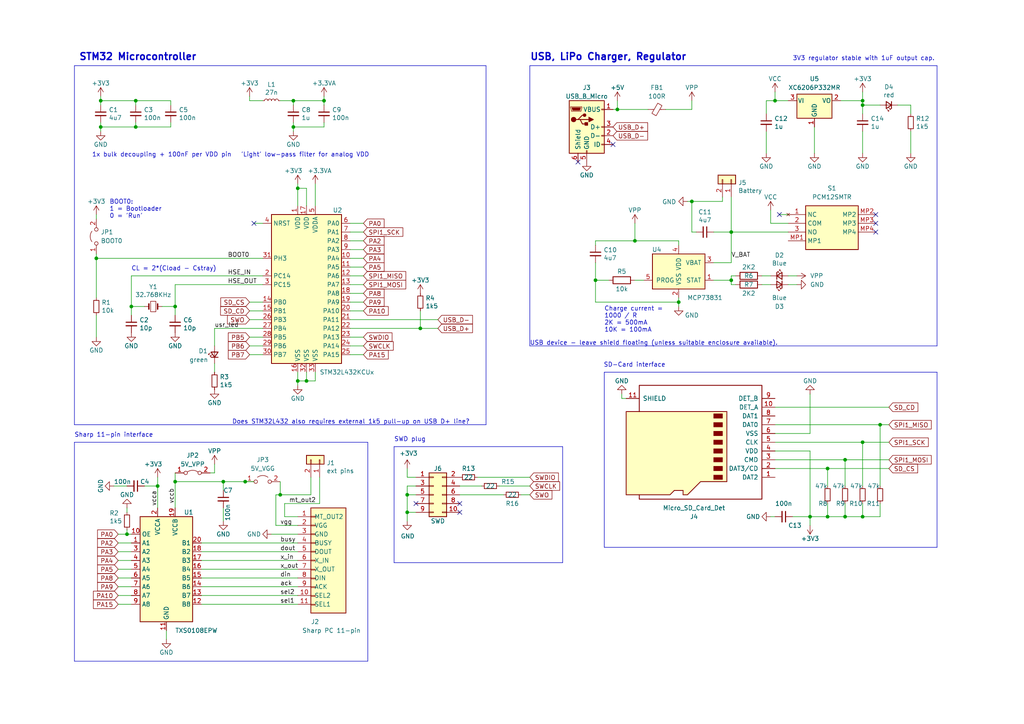
<source format=kicad_sch>
(kicad_sch (version 20230121) (generator eeschema)
  (paper "A4")
  (title_block (title "Sharp CE140-F emulator") (date "2023-03-17") (rev "V2.0"))
  (junction (at 118.11 148.59))
  (junction (at 212.09 81.28))
  (junction (at 38.1 88.9))
  (junction (at 245.11 149.86))
  (junction (at 64.77 139.7))
  (junction (at 36.83 154.94))
  (junction (at 240.03 135.89))
  (junction (at 86.36 110.49))
  (junction (at 224.79 29.21))
  (junction (at 212.09 67.31))
  (junction (at 184.15 69.85))
  (junction (at 85.09 29.21))
  (junction (at 121.92 95.25))
  (junction (at 71.12 139.7))
  (junction (at 81.28 143.51))
  (junction (at 245.11 133.35))
  (junction (at 50.8 139.7))
  (junction (at 29.21 36.83))
  (junction (at 250.19 30.48))
  (junction (at 86.36 54.61))
  (junction (at 250.19 128.27))
  (junction (at 39.37 36.83))
  (junction (at 179.07 31.75))
  (junction (at 39.37 29.21))
  (junction (at 255.27 123.19))
  (junction (at 118.11 143.51))
  (junction (at 196.85 87.63))
  (junction (at 88.9 110.49))
  (junction (at 250.19 149.86))
  (junction (at 172.72 81.28))
  (junction (at 234.95 149.86))
  (junction (at 93.98 29.21))
  (junction (at 50.8 88.9))
  (junction (at 250.19 29.21))
  (junction (at 240.03 149.86))
  (junction (at 200.66 58.42))
  (junction (at 29.21 29.21))
  (junction (at 85.09 36.83))
  (junction (at 27.94 74.93))
  (junction (at 45.72 140.97))
  (no_connect (at 226.06 62.23))
  (no_connect (at 254 67.31))
  (no_connect (at 133.35 148.59))
  (no_connect (at 120.65 146.05))
  (no_connect (at 177.8 41.91))
  (no_connect (at 167.64 46.99))
  (no_connect (at 73.66 64.77))
  (no_connect (at 254 62.23))
  (no_connect (at 133.35 146.05))
  (no_connect (at 254 64.77))
  (wire (pts (xy 200.66 58.42) (xy 209.55 58.42)))
  (wire (pts (xy 223.52 82.55) (xy 220.98 82.55)))
  (polyline (pts (xy 175.26 107.95) (xy 271.78 107.95)))
  (wire (pts (xy 81.28 143.51) (xy 90.17 143.51)))
  (wire (pts (xy 34.29 175.26) (xy 38.1 175.26)))
  (wire (pts (xy 34.29 160.02) (xy 38.1 160.02)))
  (wire (pts (xy 58.42 175.26) (xy 86.36 175.26)))
  (wire (pts (xy 88.9 107.95) (xy 88.9 110.49)))
  (wire (pts (xy 58.42 162.56) (xy 86.36 162.56)))
  (wire (pts (xy 234.95 149.86) (xy 234.95 130.81)))
  (wire (pts (xy 220.98 80.01) (xy 223.52 80.01)))
  (wire (pts (xy 93.98 29.21) (xy 85.09 29.21)))
  (wire (pts (xy 180.34 115.57) (xy 181.61 115.57)))
  (wire (pts (xy 257.81 118.11) (xy 224.79 118.11)))
  (wire (pts (xy 101.6 85.09) (xy 105.41 85.09)))
  (wire (pts (xy 153.67 138.43) (xy 138.43 138.43)))
  (wire (pts (xy 86.36 54.61) (xy 86.36 59.69)))
  (wire (pts (xy 34.29 162.56) (xy 38.1 162.56)))
  (wire (pts (xy 36.83 147.32) (xy 36.83 148.59)))
  (wire (pts (xy 245.11 149.86) (xy 245.11 146.05)))
  (wire (pts (xy 49.53 35.56) (xy 49.53 36.83)))
  (wire (pts (xy 243.84 29.21) (xy 250.19 29.21)))
  (wire (pts (xy 39.37 36.83) (xy 49.53 36.83)))
  (wire (pts (xy 224.79 29.21) (xy 222.25 29.21)))
  (polyline (pts (xy 21.59 128.27) (xy 106.68 128.27)))
  (wire (pts (xy 80.01 143.51) (xy 81.28 143.51)))
  (wire (pts (xy 222.25 29.21) (xy 222.25 33.02)))
  (wire (pts (xy 58.42 172.72) (xy 86.36 172.72)))
  (wire (pts (xy 255.27 140.97) (xy 255.27 123.19)))
  (wire (pts (xy 34.29 172.72) (xy 38.1 172.72)))
  (wire (pts (xy 255.27 149.86) (xy 250.19 149.86)))
  (wire (pts (xy 212.09 76.2) (xy 207.01 76.2)))
  (wire (pts (xy 49.53 30.48) (xy 49.53 29.21)))
  (wire (pts (xy 86.36 53.34) (xy 86.36 54.61)))
  (wire (pts (xy 118.11 148.59) (xy 118.11 143.51)))
  (wire (pts (xy 50.8 139.7) (xy 64.77 139.7)))
  (polyline (pts (xy 271.78 158.75) (xy 175.26 158.75)))
  (wire (pts (xy 64.77 139.7) (xy 64.77 142.24)))
  (wire (pts (xy 88.9 110.49) (xy 91.44 110.49)))
  (wire (pts (xy 93.98 36.83) (xy 93.98 35.56)))
  (wire (pts (xy 50.8 137.16) (xy 50.8 139.7)))
  (wire (pts (xy 72.39 29.21) (xy 76.2 29.21)))
  (wire (pts (xy 93.98 27.94) (xy 93.98 29.21)))
  (wire (pts (xy 200.66 58.42) (xy 200.66 67.31)))
  (wire (pts (xy 58.42 160.02) (xy 86.36 160.02)))
  (wire (pts (xy 257.81 123.19) (xy 255.27 123.19)))
  (polyline (pts (xy 21.59 123.19) (xy 140.97 123.19)))
  (wire (pts (xy 118.11 138.43) (xy 120.65 138.43)))
  (wire (pts (xy 127 95.25) (xy 121.92 95.25)))
  (wire (pts (xy 58.42 167.64) (xy 86.36 167.64)))
  (wire (pts (xy 49.53 29.21) (xy 39.37 29.21)))
  (wire (pts (xy 200.66 67.31) (xy 201.93 67.31)))
  (wire (pts (xy 144.78 140.97) (xy 153.67 140.97)))
  (wire (pts (xy 196.85 69.85) (xy 196.85 71.12)))
  (wire (pts (xy 62.23 134.62) (xy 62.23 137.16)))
  (wire (pts (xy 80.01 152.4) (xy 86.36 152.4)))
  (wire (pts (xy 38.1 80.01) (xy 38.1 88.9)))
  (wire (pts (xy 196.85 88.9) (xy 196.85 87.63)))
  (wire (pts (xy 176.53 81.28) (xy 172.72 81.28)))
  (wire (pts (xy 29.21 35.56) (xy 29.21 36.83)))
  (wire (pts (xy 72.39 87.63) (xy 76.2 87.63)))
  (wire (pts (xy 81.28 139.7) (xy 81.28 143.51)))
  (wire (pts (xy 38.1 80.01) (xy 76.2 80.01)))
  (wire (pts (xy 118.11 143.51) (xy 118.11 140.97)))
  (wire (pts (xy 50.8 91.44) (xy 50.8 88.9)))
  (wire (pts (xy 101.6 82.55) (xy 105.41 82.55)))
  (polyline (pts (xy 153.67 19.05) (xy 153.67 100.33)))
  (wire (pts (xy 72.39 92.71) (xy 76.2 92.71)))
  (wire (pts (xy 101.6 64.77) (xy 105.41 64.77)))
  (wire (pts (xy 257.81 133.35) (xy 245.11 133.35)))
  (wire (pts (xy 200.66 29.21) (xy 200.66 31.75)))
  (wire (pts (xy 86.36 149.86) (xy 82.55 149.86)))
  (wire (pts (xy 223.52 64.77) (xy 228.6 64.77)))
  (wire (pts (xy 101.6 92.71) (xy 127 92.71)))
  (wire (pts (xy 38.1 91.44) (xy 38.1 88.9)))
  (wire (pts (xy 62.23 105.41) (xy 62.23 107.95)))
  (wire (pts (xy 257.81 128.27) (xy 250.19 128.27)))
  (wire (pts (xy 86.36 111.76) (xy 86.36 110.49)))
  (wire (pts (xy 85.09 35.56) (xy 85.09 36.83)))
  (wire (pts (xy 50.8 82.55) (xy 76.2 82.55)))
  (wire (pts (xy 29.21 36.83) (xy 39.37 36.83)))
  (wire (pts (xy 264.16 44.45) (xy 264.16 38.1)))
  (wire (pts (xy 179.07 31.75) (xy 177.8 31.75)))
  (wire (pts (xy 264.16 30.48) (xy 260.35 30.48)))
  (wire (pts (xy 58.42 157.48) (xy 86.36 157.48)))
  (wire (pts (xy 101.6 67.31) (xy 105.41 67.31)))
  (wire (pts (xy 58.42 165.1) (xy 86.36 165.1)))
  (wire (pts (xy 29.21 29.21) (xy 29.21 30.48)))
  (wire (pts (xy 86.36 107.95) (xy 86.36 110.49)))
  (wire (pts (xy 85.09 30.48) (xy 85.09 29.21)))
  (wire (pts (xy 64.77 139.7) (xy 71.12 139.7)))
  (wire (pts (xy 82.55 146.05) (xy 92.71 146.05)))
  (wire (pts (xy 172.72 69.85) (xy 184.15 69.85)))
  (wire (pts (xy 172.72 81.28) (xy 172.72 76.2)))
  (wire (pts (xy 172.72 71.12) (xy 172.72 69.85)))
  (wire (pts (xy 229.87 149.86) (xy 234.95 149.86)))
  (wire (pts (xy 27.94 74.93) (xy 76.2 74.93)))
  (wire (pts (xy 73.66 64.77) (xy 76.2 64.77)))
  (wire (pts (xy 62.23 100.33) (xy 62.23 95.25)))
  (wire (pts (xy 71.12 139.7) (xy 73.66 139.7)))
  (wire (pts (xy 101.6 87.63) (xy 105.41 87.63)))
  (wire (pts (xy 222.25 44.45) (xy 222.25 38.1)))
  (wire (pts (xy 34.29 154.94) (xy 36.83 154.94)))
  (wire (pts (xy 184.15 69.85) (xy 196.85 69.85)))
  (wire (pts (xy 236.22 44.45) (xy 236.22 36.83)))
  (wire (pts (xy 34.29 167.64) (xy 38.1 167.64)))
  (wire (pts (xy 34.29 165.1) (xy 38.1 165.1)))
  (wire (pts (xy 228.6 29.21) (xy 224.79 29.21)))
  (wire (pts (xy 101.6 97.79) (xy 105.41 97.79)))
  (wire (pts (xy 101.6 102.87) (xy 105.41 102.87)))
  (polyline (pts (xy 140.97 19.05) (xy 21.59 19.05)))
  (wire (pts (xy 250.19 149.86) (xy 245.11 149.86)))
  (polyline (pts (xy 21.59 128.27) (xy 21.59 191.77)))
  (wire (pts (xy 250.19 26.67) (xy 250.19 29.21)))
  (wire (pts (xy 187.96 31.75) (xy 179.07 31.75)))
  (polyline (pts (xy 163.195 163.195) (xy 114.3 163.195)))
  (wire (pts (xy 212.09 57.15) (xy 212.09 67.31)))
  (wire (pts (xy 88.9 54.61) (xy 88.9 59.69)))
  (wire (pts (xy 36.83 154.94) (xy 38.1 154.94)))
  (wire (pts (xy 27.94 73.66) (xy 27.94 74.93)))
  (wire (pts (xy 179.07 29.21) (xy 179.07 31.75)))
  (wire (pts (xy 101.6 100.33) (xy 105.41 100.33)))
  (wire (pts (xy 101.6 90.17) (xy 105.41 90.17)))
  (wire (pts (xy 184.15 64.77) (xy 184.15 69.85)))
  (wire (pts (xy 240.03 149.86) (xy 234.95 149.86)))
  (wire (pts (xy 234.95 125.73) (xy 234.95 114.3)))
  (wire (pts (xy 234.95 152.4) (xy 234.95 149.86)))
  (wire (pts (xy 29.21 27.94) (xy 29.21 29.21)))
  (wire (pts (xy 223.52 149.86) (xy 224.79 149.86)))
  (polyline (pts (xy 153.67 100.33) (xy 271.78 100.33)))
  (wire (pts (xy 81.28 29.21) (xy 85.09 29.21)))
  (polyline (pts (xy 153.67 19.05) (xy 271.78 19.05)))
  (wire (pts (xy 245.11 140.97) (xy 245.11 133.35)))
  (wire (pts (xy 234.95 125.73) (xy 224.79 125.73)))
  (wire (pts (xy 58.42 170.18) (xy 86.36 170.18)))
  (wire (pts (xy 36.83 153.67) (xy 36.83 154.94)))
  (wire (pts (xy 85.09 38.1) (xy 85.09 36.83)))
  (wire (pts (xy 240.03 149.86) (xy 240.03 146.05)))
  (wire (pts (xy 207.01 67.31) (xy 212.09 67.31)))
  (wire (pts (xy 250.19 149.86) (xy 250.19 146.05)))
  (wire (pts (xy 101.6 74.93) (xy 105.41 74.93)))
  (wire (pts (xy 255.27 149.86) (xy 255.27 146.05)))
  (wire (pts (xy 212.09 81.28) (xy 207.01 81.28)))
  (wire (pts (xy 34.29 170.18) (xy 38.1 170.18)))
  (wire (pts (xy 39.37 29.21) (xy 39.37 30.48)))
  (wire (pts (xy 264.16 33.02) (xy 264.16 30.48)))
  (wire (pts (xy 92.71 138.43) (xy 92.71 146.05)))
  (wire (pts (xy 196.85 87.63) (xy 172.72 87.63)))
  (wire (pts (xy 62.23 95.25) (xy 76.2 95.25)))
  (wire (pts (xy 72.39 97.79) (xy 76.2 97.79)))
  (wire (pts (xy 245.11 149.86) (xy 240.03 149.86)))
  (wire (pts (xy 172.72 87.63) (xy 172.72 81.28)))
  (wire (pts (xy 212.09 81.28) (xy 212.09 82.55)))
  (wire (pts (xy 133.35 143.51) (xy 146.05 143.51)))
  (wire (pts (xy 72.39 27.94) (xy 72.39 29.21)))
  (wire (pts (xy 250.19 128.27) (xy 224.79 128.27)))
  (wire (pts (xy 45.72 140.97) (xy 45.72 147.32)))
  (wire (pts (xy 72.39 102.87) (xy 76.2 102.87)))
  (wire (pts (xy 212.09 80.01) (xy 212.09 81.28)))
  (polyline (pts (xy 163.195 129.54) (xy 163.195 163.195)))
  (wire (pts (xy 86.36 110.49) (xy 88.9 110.49)))
  (wire (pts (xy 80.01 152.4) (xy 80.01 143.51)))
  (wire (pts (xy 86.36 54.61) (xy 88.9 54.61)))
  (wire (pts (xy 27.94 74.93) (xy 27.94 86.36)))
  (wire (pts (xy 223.52 60.96) (xy 223.52 64.77)))
  (wire (pts (xy 212.09 67.31) (xy 212.09 76.2)))
  (wire (pts (xy 118.11 151.13) (xy 118.11 148.59)))
  (wire (pts (xy 120.65 143.51) (xy 118.11 143.51)))
  (wire (pts (xy 90.17 143.51) (xy 90.17 138.43)))
  (wire (pts (xy 139.7 140.97) (xy 133.35 140.97)))
  (wire (pts (xy 50.8 139.7) (xy 50.8 147.32)))
  (wire (pts (xy 224.79 26.67) (xy 224.79 29.21)))
  (wire (pts (xy 101.6 80.01) (xy 105.41 80.01)))
  (polyline (pts (xy 21.59 19.05) (xy 21.59 123.19)))
  (wire (pts (xy 213.36 80.01) (xy 212.09 80.01)))
  (wire (pts (xy 153.67 143.51) (xy 151.13 143.51)))
  (wire (pts (xy 228.6 82.55) (xy 231.14 82.55)))
  (wire (pts (xy 250.19 29.21) (xy 250.19 30.48)))
  (wire (pts (xy 212.09 82.55) (xy 213.36 82.55)))
  (wire (pts (xy 101.6 95.25) (xy 121.92 95.25)))
  (wire (pts (xy 250.19 44.45) (xy 250.19 38.1)))
  (wire (pts (xy 27.94 97.79) (xy 27.94 91.44)))
  (wire (pts (xy 39.37 36.83) (xy 39.37 35.56)))
  (wire (pts (xy 85.09 36.83) (xy 93.98 36.83)))
  (wire (pts (xy 250.19 30.48) (xy 250.19 33.02)))
  (wire (pts (xy 82.55 149.86) (xy 82.55 146.05)))
  (wire (pts (xy 101.6 77.47) (xy 105.41 77.47)))
  (wire (pts (xy 50.8 88.9) (xy 50.8 82.55)))
  (polyline (pts (xy 114.3 163.195) (xy 114.3 129.54)))
  (wire (pts (xy 231.14 80.01) (xy 228.6 80.01)))
  (wire (pts (xy 118.11 140.97) (xy 120.65 140.97)))
  (polyline (pts (xy 271.78 107.95) (xy 271.78 158.75)))
  (wire (pts (xy 121.92 90.17) (xy 121.92 95.25)))
  (wire (pts (xy 193.04 31.75) (xy 200.66 31.75)))
  (wire (pts (xy 34.29 157.48) (xy 38.1 157.48)))
  (wire (pts (xy 72.39 100.33) (xy 76.2 100.33)))
  (wire (pts (xy 78.74 154.94) (xy 86.36 154.94)))
  (wire (pts (xy 255.27 30.48) (xy 250.19 30.48)))
  (polyline (pts (xy 114.3 129.54) (xy 163.195 129.54)))
  (wire (pts (xy 39.37 29.21) (xy 29.21 29.21)))
  (wire (pts (xy 184.15 81.28) (xy 186.69 81.28)))
  (wire (pts (xy 118.11 148.59) (xy 120.65 148.59)))
  (wire (pts (xy 257.81 135.89) (xy 240.03 135.89)))
  (wire (pts (xy 38.1 88.9) (xy 41.91 88.9)))
  (wire (pts (xy 29.21 36.83) (xy 29.21 38.1)))
  (wire (pts (xy 91.44 53.34) (xy 91.44 59.69)))
  (wire (pts (xy 199.39 58.42) (xy 200.66 58.42)))
  (wire (pts (xy 180.34 114.3) (xy 180.34 115.57)))
  (wire (pts (xy 46.99 88.9) (xy 50.8 88.9)))
  (wire (pts (xy 60.96 137.16) (xy 62.23 137.16)))
  (wire (pts (xy 41.91 140.97) (xy 45.72 140.97)))
  (wire (pts (xy 226.06 62.23) (xy 228.6 62.23)))
  (wire (pts (xy 101.6 72.39) (xy 105.41 72.39)))
  (wire (pts (xy 196.85 87.63) (xy 196.85 86.36)))
  (wire (pts (xy 234.95 130.81) (xy 224.79 130.81)))
  (polyline (pts (xy 175.26 158.75) (xy 175.26 107.95)))
  (wire (pts (xy 212.09 67.31) (xy 228.6 67.31)))
  (wire (pts (xy 209.55 58.42) (xy 209.55 57.15)))
  (wire (pts (xy 93.98 30.48) (xy 93.98 29.21)))
  (wire (pts (xy 240.03 140.97) (xy 240.03 135.89)))
  (wire (pts (xy 250.19 140.97) (xy 250.19 128.27)))
  (wire (pts (xy 48.26 182.88) (xy 48.26 185.42)))
  (wire (pts (xy 240.03 135.89) (xy 224.79 135.89)))
  (wire (pts (xy 45.72 138.43) (xy 45.72 140.97)))
  (wire (pts (xy 27.94 62.23) (xy 27.94 63.5)))
  (wire (pts (xy 64.77 147.32) (xy 64.77 151.13)))
  (wire (pts (xy 118.11 135.89) (xy 118.11 138.43)))
  (wire (pts (xy 101.6 69.85) (xy 105.41 69.85)))
  (wire (pts (xy 72.39 90.17) (xy 76.2 90.17)))
  (polyline (pts (xy 271.78 100.33) (xy 271.78 19.05)))
  (polyline (pts (xy 140.97 123.19) (xy 140.97 19.05)))
  (wire (pts (xy 91.44 107.95) (xy 91.44 110.49)))
  (wire (pts (xy 255.27 123.19) (xy 224.79 123.19)))
  (polyline (pts (xy 21.59 191.77) (xy 106.68 191.77)))
  (wire (pts (xy 245.11 133.35) (xy 224.79 133.35)))
  (wire (pts (xy 36.83 140.97) (xy 33.02 140.97)))
  (polyline (pts (xy 106.68 128.27) (xy 106.68 191.77)))
  (text "BOOT0: \n1 = Bootloader\n0 = 'Run'" (at 31.75 63.5 0) (effects (font (size 1.27 1.27)) (justify left bottom)))
  (text "'Light' low-pass filter for analog VDD" (at 69.85 45.72 0) (effects (font (size 1.27 1.27)) (justify left bottom)))
  (text "SD-Card interface" (at 193.04 106.68 0) (effects (font (size 1.27 1.27)) (justify right bottom)))
  (text "SWD plug" (at 114.3 128.27 0) (effects (font (size 1.27 1.27)) (justify left bottom)))
  (text "Charge current =\n1000 / R\n2K = 500mA\n10K = 100mA" (at 175.26 96.52 0) (effects (font (size 1.27 1.27)) (justify left bottom)))
  (text "Sharp 11-pin interface" (at 44.45 127 0) (effects (font (size 1.27 1.27)) (justify right bottom)))
  (text "Does STM32L432 also requires external 1k5 pull-up on USB D+ line?" (at 67.31 123.19 0) (effects (font (size 1.27 1.27)) (justify left bottom)))
  (text "1x bulk decoupling + 100nF per VDD pin" (at 26.67 45.72 0) (effects (font (size 1.27 1.27)) (justify left bottom)))
  (text "STM32 Microcontroller" (at 22.86 17.78 0) (effects (font (size 2.0066 2.0066) (thickness 0.4013) bold) (justify left bottom)))
  (text "USB device - leave shield floating (unless suitable enclosure available)." (at 153.67 100.33 0) (effects (font (size 1.27 1.27)) (justify left bottom)))
  (text "CL = 2*(Cload - Cstray)" (at 38.1 78.74 0) (effects (font (size 1.27 1.27)) (justify left bottom)))
  (text "3V3 regulator stable with 1uF output cap." (at 229.87 17.78 0) (effects (font (size 1.27 1.27)) (justify left bottom)))
  (text "USB, LiPo Charger, Regulator" (at 153.67 17.78 0) (effects (font (size 2.0066 2.0066) (thickness 0.4013) bold) (justify left bottom)))
  (label "busy" (at 81.28 157.48 0))
  (label "vgg" (at 81.28 152.4 0))
  (label "usr_led" (at 62.23 95.25 0))
  (label "sel2" (at 81.28 172.72 0))
  (label "V_BAT" (at 212.09 74.93 0))
  (label "BOOT0" (at 66.04 74.93 0))
  (label "x_in" (at 81.28 162.56 0))
  (label "vccb" (at 50.8 146.05 90))
  (label "HSE_OUT" (at 66.04 82.55 0))
  (label "x_out" (at 81.28 165.1 0))
  (label "HSE_IN" (at 66.04 80.01 0))
  (label "din" (at 81.28 167.64 0))
  (label "vcca" (at 45.72 142.24 270))
  (label "mt_out2" (at 83.82 146.05 0))
  (label "dout" (at 81.28 160.02 0))
  (label "sel1" (at 81.28 175.26 0))
  (label "ack" (at 81.28 170.18 0))
  (global_label "USB_D-" (shape input) (at 127 92.71 0) (property "Intersheetrefs" "${INTERSHEET_REFS}" (effects hide)))
  (global_label "SD_CD" (shape input) (at 257.81 118.11 0) (property "Intersheetrefs" "${INTERSHEET_REFS}" (effects hide)))
  (global_label "PA8" (shape input) (at 34.29 167.64 180) (property "Intersheetrefs" "${INTERSHEET_REFS}" (effects hide)))
  (global_label "SPI1_MOSI" (shape input) (at 105.41 82.55 0) (property "Intersheetrefs" "${INTERSHEET_REFS}" (effects hide)))
  (global_label "PA9" (shape input) (at 34.29 170.18 180) (property "Intersheetrefs" "${INTERSHEET_REFS}" (effects hide)))
  (global_label "PA3" (shape input) (at 105.41 72.39 0) (property "Intersheetrefs" "${INTERSHEET_REFS}" (effects hide)))
  (global_label "SWDIO" (shape input) (at 153.67 138.43 0) (property "Intersheetrefs" "${INTERSHEET_REFS}" (effects hide)))
  (global_label "SD_CS" (shape input) (at 72.39 87.63 180) (property "Intersheetrefs" "${INTERSHEET_REFS}" (effects hide)))
  (global_label "PA2" (shape input) (at 34.29 157.48 180) (property "Intersheetrefs" "${INTERSHEET_REFS}" (effects hide)))
  (global_label "SWDIO" (shape input) (at 105.41 97.79 0) (property "Intersheetrefs" "${INTERSHEET_REFS}" (effects hide)))
  (global_label "SPI1_SCK" (shape input) (at 105.41 67.31 0) (property "Intersheetrefs" "${INTERSHEET_REFS}" (effects hide)))
  (global_label "PA5" (shape input) (at 105.41 77.47 0) (property "Intersheetrefs" "${INTERSHEET_REFS}" (effects hide)))
  (global_label "SPI1_MISO" (shape input) (at 257.81 123.19 0) (property "Intersheetrefs" "${INTERSHEET_REFS}" (effects hide)))
  (global_label "USB_D+" (shape input) (at 177.8 36.83 0) (property "Intersheetrefs" "${INTERSHEET_REFS}" (effects hide)))
  (global_label "PA4" (shape input) (at 105.41 74.93 0) (property "Intersheetrefs" "${INTERSHEET_REFS}" (effects hide)))
  (global_label "USB_D-" (shape input) (at 177.8 39.37 0) (property "Intersheetrefs" "${INTERSHEET_REFS}" (effects hide)))
  (global_label "PA4" (shape input) (at 34.29 162.56 180) (property "Intersheetrefs" "${INTERSHEET_REFS}" (effects hide)))
  (global_label "PA5" (shape input) (at 34.29 165.1 180) (property "Intersheetrefs" "${INTERSHEET_REFS}" (effects hide)))
  (global_label "SD_CD" (shape input) (at 72.39 90.17 180) (property "Intersheetrefs" "${INTERSHEET_REFS}" (effects hide)))
  (global_label "PA15" (shape input) (at 105.41 102.87 0) (property "Intersheetrefs" "${INTERSHEET_REFS}" (effects hide)))
  (global_label "PB7" (shape input) (at 72.39 102.87 180) (property "Intersheetrefs" "${INTERSHEET_REFS}" (effects hide)))
  (global_label "PA0" (shape input) (at 105.41 64.77 0) (property "Intersheetrefs" "${INTERSHEET_REFS}" (effects hide)))
  (global_label "SPI1_MOSI" (shape input) (at 257.81 133.35 0) (property "Intersheetrefs" "${INTERSHEET_REFS}" (effects hide)))
  (global_label "SWO" (shape input) (at 72.39 92.71 180) (property "Intersheetrefs" "${INTERSHEET_REFS}" (effects hide)))
  (global_label "PB6" (shape input) (at 72.39 100.33 180) (property "Intersheetrefs" "${INTERSHEET_REFS}" (effects hide)))
  (global_label "SPI1_SCK" (shape input) (at 257.81 128.27 0) (property "Intersheetrefs" "${INTERSHEET_REFS}" (effects hide)))
  (global_label "SD_CS" (shape input) (at 257.81 135.89 0) (property "Intersheetrefs" "${INTERSHEET_REFS}" (effects hide)))
  (global_label "PA8" (shape input) (at 105.41 85.09 0) (property "Intersheetrefs" "${INTERSHEET_REFS}" (effects hide)))
  (global_label "PA2" (shape input) (at 105.41 69.85 0) (property "Intersheetrefs" "${INTERSHEET_REFS}" (effects hide)))
  (global_label "USB_D+" (shape input) (at 127 95.25 0) (property "Intersheetrefs" "${INTERSHEET_REFS}" (effects hide)))
  (global_label "SWCLK" (shape input) (at 105.41 100.33 0) (property "Intersheetrefs" "${INTERSHEET_REFS}" (effects hide)))
  (global_label "PA15" (shape input) (at 34.29 175.26 180) (property "Intersheetrefs" "${INTERSHEET_REFS}" (effects hide)))
  (global_label "SWCLK" (shape input) (at 153.67 140.97 0) (property "Intersheetrefs" "${INTERSHEET_REFS}" (effects hide)))
  (global_label "PA10" (shape input) (at 105.41 90.17 0) (property "Intersheetrefs" "${INTERSHEET_REFS}" (effects hide)))
  (global_label "PB5" (shape input) (at 72.39 97.79 180) (property "Intersheetrefs" "${INTERSHEET_REFS}" (effects hide)))
  (global_label "SPI1_MISO" (shape input) (at 105.41 80.01 0) (property "Intersheetrefs" "${INTERSHEET_REFS}" (effects hide)))
  (global_label "SWO" (shape input) (at 153.67 143.51 0) (property "Intersheetrefs" "${INTERSHEET_REFS}" (effects hide)))
  (global_label "PA3" (shape input) (at 34.29 160.02 180) (property "Intersheetrefs" "${INTERSHEET_REFS}" (effects hide)))
  (global_label "PA0" (shape input) (at 34.29 154.94 180) (property "Intersheetrefs" "${INTERSHEET_REFS}" (effects hide)))
  (global_label "PA9" (shape input) (at 105.41 87.63 0) (property "Intersheetrefs" "${INTERSHEET_REFS}" (effects hide)))
  (global_label "PA10" (shape input) (at 34.29 172.72 180) (property "Intersheetrefs" "${INTERSHEET_REFS}" (effects hide)))
  (symbol (lib_id "power:+3.3V") (at 86.36 53.34 0) (unit 1)
    (property "Reference" "#PWR017" (effects hide))
    (property "Value" "+3.3V" (at 85.09 49.53 0))
  )
  (symbol (lib_id "power:+3.3VA") (at 91.44 53.34 0) (unit 1)
    (property "Reference" "#PWR019" (effects hide))
    (property "Value" "+3.3VA" (at 92.71 49.53 0))
  )
  (symbol (lib_id "power:GND") (at 86.36 111.76 0) (unit 1)
    (property "Reference" "#PWR018" (effects hide))
    (property "Value" "GND" (at 86.36 115.57 0))
  )
  (symbol (lib_id "Connector:USB_B_Micro") (at 170.18 36.83 0) (unit 1)
    (property "Reference" "J3" (at 170.18 25.4 0))
    (property "Value" "USB_B_Micro" (at 170.18 27.94 0))
    (property "Footprint" "Connector_USB:USB_Micro-B_Molex_47346-0001" (effects hide))
  )
  (symbol (lib_id "power:GND") (at 170.18 46.99 0) (mirror y) (unit 1)
    (property "Reference" "#PWR022" (effects hide))
    (property "Value" "GND" (at 170.18 50.8 0))
  )
  (symbol (lib_id "power:VCC") (at 224.79 26.67 0) (mirror y) (unit 1)
    (property "Reference" "#PWR031" (effects hide))
    (property "Value" "VCC" (at 224.79 22.86 0))
  )
  (symbol (lib_id "Device:C_Small") (at 50.8 93.98 0) (unit 1)
    (property "Reference" "C6" (at 53.1368 92.8116 0) (effects (justify left)))
    (property "Value" "10p" (at 53.1368 95.123 0) (effects (justify left)))
    (property "Footprint" "ce140f_library:C_0603_1608Metric" (effects hide))
    (property "LCSC Part #" "C1570" (effects hide))
  )
  (symbol (lib_id "Device:C_Small") (at 38.1 93.98 0) (unit 1)
    (property "Reference" "C2" (at 40.4368 92.8116 0) (effects (justify left)))
    (property "Value" "10p" (at 40.4368 95.123 0) (effects (justify left)))
    (property "Footprint" "ce140f_library:C_0603_1608Metric" (effects hide))
    (property "LCSC Part #" "C1570" (effects hide))
  )
  (symbol (lib_id "Device:Crystal_Small") (at 44.45 88.9 0) (unit 1)
    (property "Reference" "Y1" (at 44.45 83.185 0))
    (property "Value" "32.768KHz" (at 44.45 85.4964 0))
    (property "Footprint" "Crystal:Crystal_SMD_5032-2Pin_5.0x3.2mm" (effects hide))
    (property "LCSC Part #" "C115962" (effects hide))
  )
  (symbol (lib_id "power:GND") (at 38.1 96.52 0) (unit 1)
    (property "Reference" "#PWR06" (effects hide))
    (property "Value" "GND" (at 38.1 100.33 0))
  )
  (symbol (lib_id "power:GND") (at 50.8 96.52 0) (unit 1)
    (property "Reference" "#PWR010" (effects hide))
    (property "Value" "GND" (at 50.8 100.33 0))
  )
  (symbol (lib_id "Device:R_Small") (at 27.94 88.9 0) (unit 1)
    (property "Reference" "R1" (at 29.4386 87.7316 0) (effects (justify left)))
    (property "Value" "10k" (at 29.4386 90.043 0) (effects (justify left)))
    (property "Footprint" "ce140f_library:R_0603_1608Metric" (effects hide))
    (property "LCSC Part #" "C25744" (effects hide))
  )
  (symbol (lib_id "power:GND") (at 27.94 97.79 0) (unit 1)
    (property "Reference" "#PWR02" (effects hide))
    (property "Value" "GND" (at 27.94 101.6 0))
  )
  (symbol (lib_id "power:+3.3V") (at 27.94 62.23 0) (unit 1)
    (property "Reference" "#PWR01" (effects hide))
    (property "Value" "+3.3V" (at 27.94 58.42 0))
  )
  (symbol (lib_id "Device:LED_Small") (at 62.23 102.87 90) (unit 1)
    (property "Reference" "D1" (at 58.9173 101.7992 90))
    (property "Value" "green" (at 57.6473 104.3392 90))
    (property "Footprint" "LED_SMD:LED_0603_1608Metric" (effects hide))
    (property "LCSC Part #" "C72041" (effects hide))
  )
  (symbol (lib_id "Device:R_Small") (at 62.23 110.49 0) (unit 1)
    (property "Reference" "R3" (at 63.7286 109.3216 0) (effects (justify left)))
    (property "Value" "1k5" (at 63.7286 111.633 0) (effects (justify left)))
    (property "Footprint" "ce140f_library:R_0603_1608Metric" (effects hide))
    (property "LCSC Part #" "C22843" (effects hide))
  )
  (symbol (lib_id "power:GND") (at 62.23 113.03 0) (unit 1)
    (property "Reference" "#PWR012" (effects hide))
    (property "Value" "GND" (at 62.23 116.84 0))
  )
  (symbol (lib_id "Device:C_Small") (at 39.37 33.02 0) (unit 1)
    (property "Reference" "C3" (at 41.7068 31.8516 0) (effects (justify left)))
    (property "Value" "100n" (at 41.7068 34.163 0) (effects (justify left)))
    (property "Footprint" "ce140f_library:C_0603_1608Metric" (effects hide))
    (property "LCSC Part #" "C1525" (effects hide))
  )
  (symbol (lib_id "Device:C_Small") (at 49.53 33.02 0) (unit 1)
    (property "Reference" "C5" (at 51.8668 31.8516 0) (effects (justify left)))
    (property "Value" "100n" (at 51.8668 34.163 0) (effects (justify left)))
    (property "Footprint" "ce140f_library:C_0603_1608Metric" (effects hide))
    (property "LCSC Part #" "C1525" (effects hide))
  )
  (symbol (lib_id "Device:L_Small") (at 78.74 29.21 90) (unit 1)
    (property "Reference" "L1" (at 78.74 24.511 90))
    (property "Value" "27n" (at 78.74 26.8224 90))
    (property "Footprint" "Inductor_SMD:L_0603_1608Metric" (effects hide))
    (property "LCSC Part #" "C18830" (effects hide))
  )
  (symbol (lib_id "Device:C_Small") (at 85.09 33.02 0) (unit 1)
    (property "Reference" "C8" (at 87.4268 31.8516 0) (effects (justify left)))
    (property "Value" "1u" (at 87.4268 34.163 0) (effects (justify left)))
    (property "Footprint" "ce140f_library:C_0603_1608Metric" (effects hide))
    (property "LCSC Part #" "C52923" (effects hide))
  )
  (symbol (lib_id "Device:C_Small") (at 93.98 33.02 0) (unit 1)
    (property "Reference" "C9" (at 96.3168 31.8516 0) (effects (justify left)))
    (property "Value" "100n" (at 96.3168 34.163 0) (effects (justify left)))
    (property "Footprint" "ce140f_library:C_0603_1608Metric" (effects hide))
    (property "LCSC Part #" "C1525" (effects hide))
  )
  (symbol (lib_id "power:GND") (at 29.21 38.1 0) (unit 1)
    (property "Reference" "#PWR04" (effects hide))
    (property "Value" "GND" (at 29.21 41.91 0))
  )
  (symbol (lib_id "Device:C_Small") (at 29.21 33.02 0) (unit 1)
    (property "Reference" "C1" (at 31.5468 31.8516 0) (effects (justify left)))
    (property "Value" "4u7" (at 31.5468 34.163 0) (effects (justify left)))
    (property "Footprint" "ce140f_library:C_0603_1608Metric" (effects hide))
    (property "LCSC Part #" "C19666" (effects hide))
  )
  (symbol (lib_id "power:+3.3VA") (at 93.98 27.94 0) (unit 1)
    (property "Reference" "#PWR020" (effects hide))
    (property "Value" "+3.3VA" (at 93.98 24.13 0))
  )
  (symbol (lib_id "power:+3.3V") (at 29.21 27.94 0) (unit 1)
    (property "Reference" "#PWR03" (effects hide))
    (property "Value" "+3.3V" (at 29.21 24.13 0))
  )
  (symbol (lib_id "power:+3.3V") (at 72.39 27.94 0) (unit 1)
    (property "Reference" "#PWR014" (effects hide))
    (property "Value" "+3.3V" (at 72.39 24.13 0))
  )
  (symbol (lib_id "power:GND") (at 85.09 38.1 0) (unit 1)
    (property "Reference" "#PWR016" (effects hide))
    (property "Value" "GND" (at 85.09 41.91 0))
  )
  (symbol (lib_id "Device:C_Small") (at 222.25 35.56 0) (unit 1)
    (property "Reference" "C12" (at 224.5868 34.3916 0) (effects (justify left)))
    (property "Value" "1u" (at 224.5868 36.703 0) (effects (justify left)))
    (property "Footprint" "ce140f_library:C_0603_1608Metric" (effects hide))
    (property "LCSC Part #" "C15849" (effects hide))
  )
  (symbol (lib_id "power:GND") (at 222.25 44.45 0) (mirror y) (unit 1)
    (property "Reference" "#PWR029" (effects hide))
    (property "Value" "GND" (at 222.25 48.26 0))
  )
  (symbol (lib_id "power:GND") (at 236.22 44.45 0) (mirror y) (unit 1)
    (property "Reference" "#PWR037" (effects hide))
    (property "Value" "GND" (at 236.22 48.26 0))
  )
  (symbol (lib_id "Device:C_Small") (at 250.19 35.56 0) (unit 1)
    (property "Reference" "C14" (at 252.5268 34.3916 0) (effects (justify left)))
    (property "Value" "1u" (at 252.5268 36.703 0) (effects (justify left)))
    (property "Footprint" "ce140f_library:C_0603_1608Metric" (effects hide))
    (property "LCSC Part #" "C15849" (effects hide))
  )
  (symbol (lib_id "power:GND") (at 250.19 44.45 0) (mirror y) (unit 1)
    (property "Reference" "#PWR039" (effects hide))
    (property "Value" "GND" (at 250.19 48.26 0))
  )
  (symbol (lib_id "power:+5V") (at 179.07 29.21 0) (unit 1)
    (property "Reference" "#PWR023" (effects hide))
    (property "Value" "+5V" (at 179.07 25.4 0))
  )
  (symbol (lib_id "power:+3.3V") (at 250.19 26.67 0) (unit 1)
    (property "Reference" "#PWR038" (effects hide))
    (property "Value" "+3.3V" (at 250.19 22.86 0))
  )
  (symbol (lib_id "Device:LED_Small") (at 257.81 30.48 180) (unit 1)
    (property "Reference" "D4" (at 257.81 25.2222 0))
    (property "Value" "red" (at 257.81 27.5336 0))
    (property "Footprint" "LED_SMD:LED_0603_1608Metric" (effects hide))
    (property "LCSC Part #" "C72043" (effects hide))
  )
  (symbol (lib_id "Device:R_Small") (at 264.16 35.56 0) (unit 1)
    (property "Reference" "R12" (at 265.6586 34.3916 0) (effects (justify left)))
    (property "Value" "1k5" (at 265.6586 36.703 0) (effects (justify left)))
    (property "Footprint" "ce140f_library:R_0603_1608Metric" (effects hide))
    (property "LCSC Part #" "C22843" (effects hide))
  )
  (symbol (lib_id "power:GND") (at 264.16 44.45 0) (mirror y) (unit 1)
    (property "Reference" "#PWR040" (effects hide))
    (property "Value" "GND" (at 264.16 48.26 0))
  )
  (symbol (lib_id "Device:R_Small") (at 121.92 87.63 0) (unit 1)
    (property "Reference" "R4" (at 123.4186 86.4616 0) (effects (justify left)))
    (property "Value" "1k5" (at 123.4186 88.773 0) (effects (justify left)))
    (property "Footprint" "ce140f_library:R_0603_1608Metric" (effects hide))
    (property "LCSC Part #" "C25867" (effects hide))
  )
  (symbol (lib_id "power:+3.3V") (at 121.92 85.09 0) (unit 1)
    (property "Reference" "#PWR021" (effects hide))
    (property "Value" "+3.3V" (at 121.92 81.28 0))
  )
  (symbol (lib_name "Conn_01x06_1") (lib_id "Connector_Generic:Conn_01x06") (at 91.44 154.94 0) (unit 1)
    (property "Reference" "J2" (at 90.17 180.34 0) (effects (justify left)))
    (property "Value" "Sharp PC 11-pin" (at 87.63 182.88 0) (effects (justify left)))
    (property "Footprint" "Connector_PinHeader_2.54mm:PinHeader_1x11_P2.54mm_Horizontal" (effects hide))
  )
  (symbol (lib_id "Device:FerriteBead_Small") (at 190.5 31.75 270) (unit 1)
    (property "Reference" "FB1" (at 190.5381 25.4 90))
    (property "Value" "100R" (at 190.5381 27.94 90))
    (property "Footprint" "Inductor_SMD:L_0805_2012Metric" (effects hide))
  )
  (symbol (lib_id "Device:R_Small") (at 36.83 151.13 0) (unit 1)
    (property "Reference" "R2" (at 31.75 148.8186 0) (effects (justify left)))
    (property "Value" "1k5" (at 31.75 151.13 0) (effects (justify left)))
    (property "Footprint" "ce140f_library:R_0603_1608Metric" (effects hide))
    (property "LCSC Part #" "C22843" (effects hide))
  )
  (symbol (lib_id "Jumper:Jumper_2_Open") (at 76.2 139.7 0) (unit 1)
    (property "Reference" "JP3" (at 76.2 133.35 0))
    (property "Value" "5V_VGG" (at 76.2 135.89 0))
    (property "Footprint" "Jumper:SolderJumper-2_P1.3mm_Open_RoundedPad1.0x1.5mm" (effects hide))
  )
  (symbol (lib_id "power:GND") (at 196.85 88.9 0) (unit 1)
    (property "Reference" "#PWR026" (effects hide))
    (property "Value" "GND" (at 200.66 91.44 0))
  )
  (symbol (lib_id "Device:R") (at 217.17 80.01 270) (unit 1)
    (property "Reference" "R6" (at 217.17 80.01 90))
    (property "Value" "2K2" (at 217.17 77.47 90))
    (property "Footprint" "ce140f_library:R_0603_1608Metric" (effects hide))
  )
  (symbol (lib_id "Regulator_Linear:XC6206PxxxMR") (at 236.22 29.21 0) (unit 1)
    (property "Reference" "U5" (at 236.22 22.86 0))
    (property "Value" "XC6206P332MR" (at 236.22 25.4 0))
    (property "Footprint" "Package_TO_SOT_SMD:SOT-23" (effects hide))
    (property "Datasheet" "https://www.torexsemi.com/file/xc6206/XC6206.pdf" (effects hide))
  )
  (symbol (lib_id "ce140f_Library:PCM12SMTR") (at 228.6 62.23 0) (unit 1)
    (property "Reference" "S1" (at 241.3 54.61 0))
    (property "Value" "PCM12SMTR" (at 241.3 57.15 0))
    (property "Footprint" "ce140f_library:PCM12SMTR" (effects hide))
    (property "Datasheet" "https://www.ckswitches.com/media/1424/pcm.pdf" (effects hide))
    (property "Height" "1.4" (effects hide))
    (property "Mouser Part Number" "611-PCM12SMTR" (effects hide))
    (property "Mouser Price/Stock" "https://www.mouser.co.uk/ProductDetail/CK/PCM12SMTR?qs=mfFuHy8STfL3qrPSfCHA7w%3D%3D" (effects hide))
    (property "Manufacturer_Name" "C & K COMPONENTS" (effects hide))
    (property "Manufacturer_Part_Number" "PCM12SMTR" (effects hide))
  )
  (symbol (lib_id "power:GND") (at 199.39 58.42 270) (unit 1)
    (property "Reference" "#PWR027" (effects hide))
    (property "Value" "GND" (at 196.1388 58.547 90) (effects (justify right)))
  )
  (symbol (lib_id "power:+3.3V") (at 234.95 152.4 180) (unit 1)
    (property "Reference" "#PWR036" (effects hide))
    (property "Value" "+3.3V" (at 234.95 156.21 0))
  )
  (symbol (lib_id "Device:R") (at 180.34 81.28 270) (unit 1)
    (property "Reference" "R5" (at 180.34 78.74 90))
    (property "Value" "10k" (at 180.34 83.82 90))
    (property "Footprint" "ce140f_library:R_0603_1608Metric" (effects hide))
  )
  (symbol (lib_id "Device:R_Small") (at 250.19 143.51 180) (unit 1)
    (property "Reference" "R10" (at 250.19 146.05 0) (effects (justify left)))
    (property "Value" "47k" (at 250.19 140.97 0) (effects (justify left)))
    (property "Footprint" "ce140f_library:R_0603_1608Metric" (effects hide))
  )
  (symbol (lib_id "power:VPP") (at 184.15 64.77 0) (unit 1)
    (property "Reference" "#PWR025" (effects hide))
    (property "Value" "VPP" (at 184.15 60.96 0))
  )
  (symbol (lib_id "power:VPP") (at 231.14 80.01 270) (unit 1)
    (property "Reference" "#PWR033" (effects hide))
    (property "Value" "VPP" (at 234.95 80.01 90) (effects (justify left)))
  )
  (symbol (lib_id "power:VPP") (at 200.66 29.21 0) (unit 1)
    (property "Reference" "#PWR028" (effects hide))
    (property "Value" "VPP" (at 200.66 25.4 0))
  )
  (symbol (lib_id "Device:R_Small") (at 142.24 140.97 270) (unit 1)
    (property "Reference" "R15" (at 147.32 139.7 90))
    (property "Value" "22" (at 142.24 140.97 90))
    (property "Footprint" "ce140f_library:R_0603_1608Metric" (effects hide))
    (property "LCSC Part #" "C25092" (effects hide))
  )
  (symbol (lib_id "Device:R_Small") (at 240.03 143.51 180) (unit 1)
    (property "Reference" "R8" (at 240.03 146.05 0) (effects (justify left)))
    (property "Value" "47k" (at 240.03 140.97 0) (effects (justify left)))
    (property "Footprint" "ce140f_library:R_0603_1608Metric" (effects hide))
  )
  (symbol (lib_id "Device:C_Small") (at 39.37 140.97 270) (unit 1)
    (property "Reference" "C4" (at 40.64 139.7 90) (effects (justify left)))
    (property "Value" "100n" (at 33.02 139.7 90) (effects (justify left)))
    (property "Footprint" "ce140f_library:C_0603_1608Metric" (effects hide))
    (property "LCSC Part #" "C1525" (effects hide))
  )
  (symbol (lib_id "power:GND") (at 36.83 147.32 180) (unit 1)
    (property "Reference" "#PWR07" (effects hide))
    (property "Value" "GND" (at 36.83 143.51 0))
  )
  (symbol (lib_id "power:GND") (at 223.52 149.86 270) (unit 1)
    (property "Reference" "#PWR032" (effects hide))
    (property "Value" "GND" (at 218.44 149.86 90))
  )
  (symbol (lib_id "power:GND") (at 78.74 154.94 270) (unit 1)
    (property "Reference" "#PWR015" (effects hide))
    (property "Value" "GND" (at 73.66 154.94 90))
  )
  (symbol (lib_id "Device:C_Small") (at 204.47 67.31 270) (unit 1)
    (property "Reference" "C11" (at 204.47 61.4934 90))
    (property "Value" "4u7" (at 204.47 63.8048 90))
    (property "Footprint" "ce140f_library:C_0603_1608Metric" (effects hide))
  )
  (symbol (lib_id "Device:R_Small") (at 148.59 143.51 270) (unit 1)
    (property "Reference" "R16" (at 148.59 146.05 90))
    (property "Value" "22" (at 148.59 143.51 90))
    (property "Footprint" "ce140f_library:R_0603_1608Metric" (effects hide))
    (property "LCSC Part #" "C25092" (effects hide))
  )
  (symbol (lib_id "MCU_ST_STM32L4:STM32L432KCUx") (at 88.9 82.55 0) (unit 1)
    (property "Reference" "U2" (at 96.52 60.96 0) (effects (justify left)))
    (property "Value" "STM32L432KCUx" (at 92.71 107.95 0) (effects (justify left)))
    (property "Footprint" "Package_DFN_QFN:QFN-32-1EP_5x5mm_P0.5mm_EP3.45x3.45mm" (effects hide))
    (property "Datasheet" "http://www.st.com/st-web-ui/static/active/en/resource/technical/document/datasheet/DM00257205.pdf" (effects hide))
  )
  (symbol (lib_id "power:GND") (at 180.34 114.3 180) (unit 1)
    (property "Reference" "#PWR024" (effects hide))
    (property "Value" "GND" (at 180.34 110.49 0))
  )
  (symbol (lib_id "power:GND") (at 118.11 151.13 0) (unit 1)
    (property "Reference" "#PWR042" (effects hide))
    (property "Value" "GND" (at 118.237 155.5242 0))
  )
  (symbol (lib_id "Device:LED_Small") (at 226.06 82.55 180) (unit 1)
    (property "Reference" "D3" (at 226.06 88.9 0))
    (property "Value" "Blue" (at 226.06 86.36 0))
    (property "Footprint" "LED_SMD:LED_0603_1608Metric" (effects hide))
  )
  (symbol (lib_id "power:GND") (at 48.26 185.42 0) (unit 1)
    (property "Reference" "#PWR09" (effects hide))
    (property "Value" "GND" (at 48.26 189.23 0))
  )
  (symbol (lib_id "Device:R") (at 217.17 82.55 270) (unit 1)
    (property "Reference" "R7" (at 217.17 82.55 90))
    (property "Value" "2K2" (at 217.17 85.09 90))
    (property "Footprint" "ce140f_library:R_0603_1608Metric" (effects hide))
  )
  (symbol (lib_id "Device:C_Small") (at 227.33 149.86 270) (unit 1)
    (property "Reference" "C13" (at 228.6 152.4 90) (effects (justify left)))
    (property "Value" "100n" (at 224.79 146.05 90) (effects (justify left)))
    (property "Footprint" "ce140f_library:C_0603_1608Metric" (effects hide))
  )
  (symbol (lib_id "power:+3.3V") (at 45.72 138.43 0) (unit 1)
    (property "Reference" "#PWR08" (effects hide))
    (property "Value" "+3.3V" (at 44.45 134.62 0))
  )
  (symbol (lib_id "power:GND") (at 64.77 151.13 0) (unit 1)
    (property "Reference" "#PWR013" (effects hide))
    (property "Value" "GND" (at 64.77 154.94 0))
  )
  (symbol (lib_id "power:GND") (at 234.95 114.3 180) (unit 1)
    (property "Reference" "#PWR035" (effects hide))
    (property "Value" "GND" (at 234.95 110.49 0))
  )
  (symbol (lib_id "Device:R_Small") (at 135.89 138.43 270) (unit 1)
    (property "Reference" "R13" (at 135.89 135.89 90))
    (property "Value" "22" (at 135.89 138.43 90))
    (property "Footprint" "ce140f_library:R_0603_1608Metric" (effects hide))
    (property "LCSC Part #" "C25092" (effects hide))
  )
  (symbol (lib_id "Connector_Generic:Conn_01x02") (at 212.09 52.07 270) (mirror x) (unit 1)
    (property "Reference" "J5" (at 214.122 52.9844 90) (effects (justify left)))
    (property "Value" "Battery" (at 214.122 55.2958 90) (effects (justify left)))
    (property "Footprint" "Connector_Wire:SolderWire-0.5sqmm_1x02_P4.6mm_D0.9mm_OD2.1mm" (effects hide))
  )
  (symbol (lib_id "Device:C_Small") (at 172.72 73.66 0) (unit 1)
    (property "Reference" "C10" (at 175.0568 72.4916 0) (effects (justify left)))
    (property "Value" "4u7" (at 175.0568 74.803 0) (effects (justify left)))
    (property "Footprint" "ce140f_library:C_0603_1608Metric" (effects hide))
  )
  (symbol (lib_id "Logic_LevelTranslator:TXS0108EPW") (at 48.26 165.1 0) (unit 1)
    (property "Reference" "U1" (at 53.34 148.59 0) (effects (justify left)))
    (property "Value" "TXS0108EPW" (at 50.8 182.88 0) (effects (justify left)))
    (property "Footprint" "Package_SO:TSSOP-20_4.4x6.5mm_P0.65mm" (effects hide))
    (property "Datasheet" "www.ti.com/lit/ds/symlink/txs0108e.pdf" (effects hide))
  )
  (symbol (lib_id "power:GND") (at 33.02 140.97 270) (unit 1)
    (property "Reference" "#PWR05" (effects hide))
    (property "Value" "GND" (at 29.21 140.97 0))
  )
  (symbol (lib_id "Jumper:Jumper_2_Bridged") (at 55.88 137.16 0) (unit 1)
    (property "Reference" "JP2" (at 55.88 132.08 0))
    (property "Value" "5V_VPP" (at 55.88 134.62 0))
    (property "Footprint" "Jumper:SolderJumper-2_P1.3mm_Bridged_RoundedPad1.0x1.5mm" (effects hide))
  )
  (symbol (lib_id "Device:R_Small") (at 245.11 143.51 180) (unit 1)
    (property "Reference" "R9" (at 245.11 146.05 0) (effects (justify left)))
    (property "Value" "47k" (at 245.11 140.97 0) (effects (justify left)))
    (property "Footprint" "ce140f_library:R_0603_1608Metric" (effects hide))
  )
  (symbol (lib_id "Battery_Management:MCP73831-2-OT") (at 196.85 78.74 0) (unit 1)
    (property "Reference" "U4" (at 190.5 72.39 0))
    (property "Value" "MCP73831" (at 204.47 86.36 0))
    (property "Footprint" "Package_TO_SOT_SMD:SOT-23-5" (effects hide))
    (property "Datasheet" "http://ww1.microchip.com/downloads/en/DeviceDoc/20001984g.pdf" (effects hide))
  )
  (symbol (lib_id "power:VPP") (at 62.23 134.62 0) (unit 1)
    (property "Reference" "#PWR0101" (effects hide))
    (property "Value" "VPP" (at 62.23 130.81 0))
  )
  (symbol (lib_id "Device:LED_Small") (at 226.06 80.01 0) (unit 1)
    (property "Reference" "D2" (at 226.06 74.041 0))
    (property "Value" "Blue" (at 226.06 76.3524 0))
    (property "Footprint" "LED_SMD:LED_0603_1608Metric" (effects hide))
  )
  (symbol (lib_id "power:+3.3V") (at 118.11 135.89 0) (unit 1)
    (property "Reference" "#PWR041" (effects hide))
    (property "Value" "+3.3V" (at 118.491 131.4958 0))
  )
  (symbol (lib_id "Device:C_Small") (at 64.77 144.78 0) (unit 1)
    (property "Reference" "C7" (at 64.77 142.24 0) (effects (justify left)))
    (property "Value" "100n" (at 66.04 151.13 90) (effects (justify left)))
    (property "Footprint" "ce140f_library:C_0603_1608Metric" (effects hide))
    (property "LCSC Part #" "C1525" (effects hide))
  )
  (symbol (lib_id "Connector_Generic:Conn_01x02") (at 92.71 133.35 270) (mirror x) (unit 1)
    (property "Reference" "J1" (at 94.742 134.2644 90) (effects (justify left)))
    (property "Value" "ext pins" (at 94.742 136.5758 90) (effects (justify left)))
    (property "Footprint" "Connector_Wire:SolderWire-0.5sqmm_1x02_P4.6mm_D0.9mm_OD2.1mm" (effects hide))
  )
  (symbol (lib_id "Connector:Micro_SD_Card_Det") (at 201.93 128.27 180) (unit 1)
    (property "Reference" "J4" (at 201.295 149.86 0))
    (property "Value" "Micro_SD_Card_Det" (at 201.295 147.32 0))
    (property "Footprint" "Connector_Card:microSD_HC_Molex_104031-0811" (effects hide))
    (property "Datasheet" "https://www.farnell.com/datasheets/2790326.pdf" (effects hide))
  )
  (symbol (lib_id "power:VCC") (at 223.52 60.96 0) (mirror y) (unit 1)
    (property "Reference" "#PWR030" (effects hide))
    (property "Value" "VCC" (at 223.52 57.15 0))
  )
  (symbol (lib_id "Jumper:Jumper_2_Open") (at 27.94 68.58 90) (unit 1)
    (property "Reference" "JP1" (at 29.21 67.3099 90) (effects (justify right)))
    (property "Value" "BOOT0" (at 29.21 69.8499 90) (effects (justify right)))
    (property "Footprint" "Jumper:SolderJumper-2_P1.3mm_Open_RoundedPad1.0x1.5mm" (effects hide))
  )
  (symbol (lib_id "power:GND") (at 231.14 82.55 90) (unit 1)
    (property "Reference" "#PWR034" (effects hide))
    (property "Value" "GND" (at 234.95 82.55 90) (effects (justify right)))
  )
  (symbol (lib_id "Connector_Generic:Conn_02x05_Odd_Even") (at 125.73 143.51 0) (unit 1)
    (property "Reference" "J6" (at 127 135.89 0))
    (property "Value" "SWD" (at 127 151.13 0))
    (property "Footprint" "Connector_PinHeader_1.27mm:PinHeader_2x05_P1.27mm_Vertical_SMD" (effects hide))
    (property "Datasheet" "https://cdn.amphenol-cs.com/media/wysiwyg/files/documentation/datasheet/boardwiretoboard/bwb_minitek127_btb.pdf" (effects hide))
    (property "part" "Amphenol ICC 20021111-00010T4LF" (effects hide))
    (property "Mouser" "649-221111-00010T4LF" (effects hide))
  )
  (symbol (lib_id "Device:R_Small") (at 255.27 143.51 180) (unit 1)
    (property "Reference" "R11" (at 255.27 146.05 0) (effects (justify left)))
    (property "Value" "47k" (at 255.27 140.97 0) (effects (justify left)))
    (property "Footprint" "ce140f_library:R_0603_1608Metric" (effects hide))
  )
)
</source>
